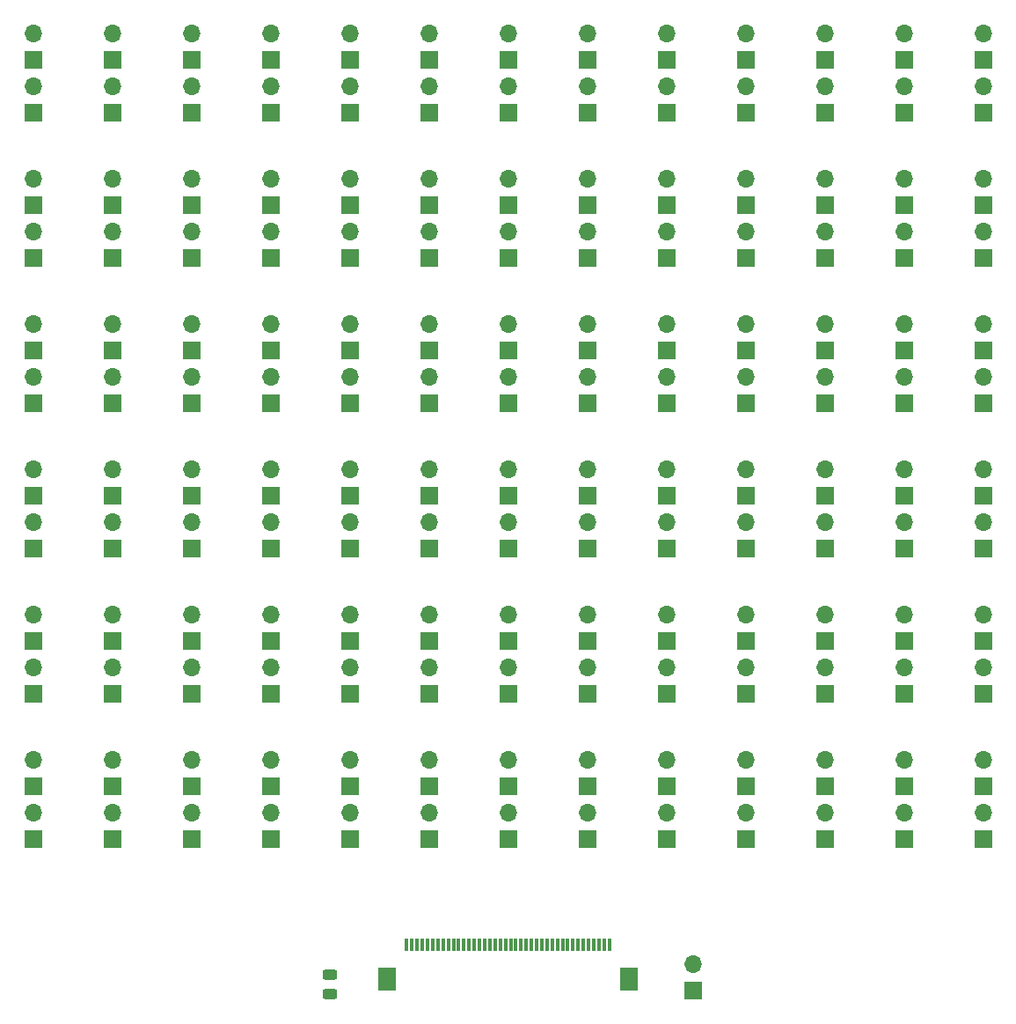
<source format=gbr>
%TF.GenerationSoftware,KiCad,Pcbnew,8.0.2-1*%
%TF.CreationDate,2024-08-03T10:32:13+02:00*%
%TF.ProjectId,dev-board,6465762d-626f-4617-9264-2e6b69636164,1.0*%
%TF.SameCoordinates,Original*%
%TF.FileFunction,Soldermask,Top*%
%TF.FilePolarity,Negative*%
%FSLAX46Y46*%
G04 Gerber Fmt 4.6, Leading zero omitted, Abs format (unit mm)*
G04 Created by KiCad (PCBNEW 8.0.2-1) date 2024-08-03 10:32:13*
%MOMM*%
%LPD*%
G01*
G04 APERTURE LIST*
G04 Aperture macros list*
%AMRoundRect*
0 Rectangle with rounded corners*
0 $1 Rounding radius*
0 $2 $3 $4 $5 $6 $7 $8 $9 X,Y pos of 4 corners*
0 Add a 4 corners polygon primitive as box body*
4,1,4,$2,$3,$4,$5,$6,$7,$8,$9,$2,$3,0*
0 Add four circle primitives for the rounded corners*
1,1,$1+$1,$2,$3*
1,1,$1+$1,$4,$5*
1,1,$1+$1,$6,$7*
1,1,$1+$1,$8,$9*
0 Add four rect primitives between the rounded corners*
20,1,$1+$1,$2,$3,$4,$5,0*
20,1,$1+$1,$4,$5,$6,$7,0*
20,1,$1+$1,$6,$7,$8,$9,0*
20,1,$1+$1,$8,$9,$2,$3,0*%
G04 Aperture macros list end*
%ADD10R,1.700000X1.700000*%
%ADD11O,1.700000X1.700000*%
%ADD12R,0.300000X1.300000*%
%ADD13R,1.800000X2.200000*%
%ADD14RoundRect,0.243750X0.456250X-0.243750X0.456250X0.243750X-0.456250X0.243750X-0.456250X-0.243750X0*%
G04 APERTURE END LIST*
D10*
%TO.C,J90*%
X189865000Y-94620000D03*
D11*
X189865000Y-92080000D03*
%TD*%
D10*
%TO.C,J69*%
X128905000Y-85730000D03*
D11*
X128905000Y-83190000D03*
%TD*%
D10*
%TO.C,J97*%
X144145000Y-99705000D03*
D11*
X144145000Y-97165000D03*
%TD*%
D10*
%TO.C,J28*%
X113665000Y-66675000D03*
D11*
X113665000Y-64135000D03*
%TD*%
D12*
%TO.C,J157*%
X142015000Y-137850000D03*
X142515000Y-137850000D03*
X143015000Y-137850000D03*
X143515000Y-137850000D03*
X144015000Y-137850000D03*
X144515000Y-137850000D03*
X145015000Y-137850000D03*
X145515000Y-137850000D03*
X146015000Y-137850000D03*
X146515000Y-137850000D03*
X147015000Y-137850000D03*
X147515000Y-137850000D03*
X148015000Y-137850000D03*
X148515000Y-137850000D03*
X149015000Y-137850000D03*
X149515000Y-137850000D03*
X150015000Y-137850000D03*
X150515000Y-137850000D03*
X151015000Y-137850000D03*
X151515000Y-137850000D03*
X152015000Y-137850000D03*
X152515000Y-137850000D03*
X153015000Y-137850000D03*
X153515000Y-137850000D03*
X154015000Y-137850000D03*
X154515000Y-137850000D03*
X155015000Y-137850000D03*
X155515000Y-137850000D03*
X156015000Y-137850000D03*
X156515000Y-137850000D03*
X157015000Y-137850000D03*
X157515000Y-137850000D03*
X158015000Y-137850000D03*
X158515000Y-137850000D03*
X159015000Y-137850000D03*
X159515000Y-137850000D03*
X160015000Y-137850000D03*
X160515000Y-137850000D03*
X161015000Y-137850000D03*
X161515000Y-137850000D03*
D13*
X163415000Y-141100000D03*
X140115000Y-141100000D03*
%TD*%
D10*
%TO.C,J63*%
X182245000Y-80650000D03*
D11*
X182245000Y-78110000D03*
%TD*%
D10*
%TO.C,J81*%
X121285000Y-94625000D03*
D11*
X121285000Y-92085000D03*
%TD*%
D10*
%TO.C,J49*%
X174625000Y-71760000D03*
D11*
X174625000Y-69220000D03*
%TD*%
D10*
%TO.C,J22*%
X167005000Y-57785000D03*
D11*
X167005000Y-55245000D03*
%TD*%
D10*
%TO.C,J118*%
X106045000Y-113665000D03*
D11*
X106045000Y-111125000D03*
%TD*%
D10*
%TO.C,J143*%
X189865000Y-122560000D03*
D11*
X189865000Y-120020000D03*
%TD*%
D10*
%TO.C,J116*%
X189865000Y-108595000D03*
D11*
X189865000Y-106055000D03*
%TD*%
D10*
%TO.C,J37*%
X182245000Y-66680000D03*
D11*
X182245000Y-64140000D03*
%TD*%
D10*
%TO.C,J122*%
X136525000Y-113675000D03*
D11*
X136525000Y-111135000D03*
%TD*%
D10*
%TO.C,J68*%
X121285000Y-85730000D03*
D11*
X121285000Y-83190000D03*
%TD*%
D10*
%TO.C,J65*%
X197485000Y-80650000D03*
D11*
X197485000Y-78110000D03*
%TD*%
D10*
%TO.C,J27*%
X106045000Y-66675000D03*
D11*
X106045000Y-64135000D03*
%TD*%
D10*
%TO.C,J102*%
X182245000Y-99705000D03*
D11*
X182245000Y-97165000D03*
%TD*%
D10*
%TO.C,J14*%
X106045000Y-57785000D03*
D11*
X106045000Y-55245000D03*
%TD*%
D10*
%TO.C,J151*%
X151765000Y-127640000D03*
D11*
X151765000Y-125100000D03*
%TD*%
D10*
%TO.C,J115*%
X182245000Y-108595000D03*
D11*
X182245000Y-106055000D03*
%TD*%
D10*
%TO.C,J107*%
X121285000Y-108595000D03*
D11*
X121285000Y-106055000D03*
%TD*%
D10*
%TO.C,J50*%
X182245000Y-71760000D03*
D11*
X182245000Y-69220000D03*
%TD*%
D10*
%TO.C,J29*%
X121285000Y-66680000D03*
D11*
X121285000Y-64140000D03*
%TD*%
D10*
%TO.C,J41*%
X113665000Y-71755000D03*
D11*
X113665000Y-69215000D03*
%TD*%
D10*
%TO.C,J156*%
X189865000Y-127645000D03*
D11*
X189865000Y-125105000D03*
%TD*%
D10*
%TO.C,J139*%
X159385000Y-122560000D03*
D11*
X159385000Y-120020000D03*
%TD*%
D10*
%TO.C,J155*%
X182245000Y-127645000D03*
D11*
X182245000Y-125105000D03*
%TD*%
D10*
%TO.C,J8*%
X159385000Y-52705000D03*
D11*
X159385000Y-50165000D03*
%TD*%
D10*
%TO.C,J55*%
X121285000Y-80655000D03*
D11*
X121285000Y-78115000D03*
%TD*%
D10*
%TO.C,J36*%
X174625000Y-66680000D03*
D11*
X174625000Y-64140000D03*
%TD*%
D10*
%TO.C,J76*%
X182245000Y-85730000D03*
D11*
X182245000Y-83190000D03*
%TD*%
D10*
%TO.C,J134*%
X121285000Y-122560000D03*
D11*
X121285000Y-120020000D03*
%TD*%
D10*
%TO.C,J152*%
X159385000Y-127640000D03*
D11*
X159385000Y-125100000D03*
%TD*%
D10*
%TO.C,J25*%
X189865000Y-57785000D03*
D11*
X189865000Y-55245000D03*
%TD*%
D10*
%TO.C,J21*%
X159385000Y-57785000D03*
D11*
X159385000Y-55245000D03*
%TD*%
D10*
%TO.C,J136*%
X136525000Y-122560000D03*
D11*
X136525000Y-120020000D03*
%TD*%
D10*
%TO.C,J101*%
X174625000Y-99705000D03*
D11*
X174625000Y-97165000D03*
%TD*%
D10*
%TO.C,J58*%
X144145000Y-80650000D03*
D11*
X144145000Y-78110000D03*
%TD*%
D10*
%TO.C,J38*%
X189865000Y-66685000D03*
D11*
X189865000Y-64145000D03*
%TD*%
D10*
%TO.C,J149*%
X136525000Y-127645000D03*
D11*
X136525000Y-125105000D03*
%TD*%
D10*
%TO.C,J89*%
X182245000Y-94620000D03*
D11*
X182245000Y-92080000D03*
%TD*%
D10*
%TO.C,J13*%
X197485000Y-52705000D03*
D11*
X197485000Y-50165000D03*
%TD*%
D10*
%TO.C,J96*%
X136525000Y-99705000D03*
D11*
X136525000Y-97165000D03*
%TD*%
D10*
%TO.C,J18*%
X136525000Y-57785000D03*
D11*
X136525000Y-55245000D03*
%TD*%
D10*
%TO.C,J19*%
X144145000Y-57785000D03*
D11*
X144145000Y-55245000D03*
%TD*%
D10*
%TO.C,J57*%
X136525000Y-80655000D03*
D11*
X136525000Y-78115000D03*
%TD*%
D10*
%TO.C,J79*%
X106045000Y-94615000D03*
D11*
X106045000Y-92075000D03*
%TD*%
D10*
%TO.C,J44*%
X136525000Y-71760000D03*
D11*
X136525000Y-69220000D03*
%TD*%
D10*
%TO.C,J35*%
X167005000Y-66680000D03*
D11*
X167005000Y-64140000D03*
%TD*%
D10*
%TO.C,J45*%
X144145000Y-71760000D03*
D11*
X144145000Y-69220000D03*
%TD*%
D10*
%TO.C,J70*%
X136525000Y-85735000D03*
D11*
X136525000Y-83195000D03*
%TD*%
D10*
%TO.C,J67*%
X113665000Y-85730000D03*
D11*
X113665000Y-83190000D03*
%TD*%
D10*
%TO.C,J105*%
X106045000Y-108585000D03*
D11*
X106045000Y-106045000D03*
%TD*%
D10*
%TO.C,J47*%
X159385000Y-71760000D03*
D11*
X159385000Y-69220000D03*
%TD*%
D10*
%TO.C,J144*%
X197485000Y-127645000D03*
D11*
X197485000Y-125105000D03*
%TD*%
D10*
%TO.C,J84*%
X144145000Y-94620000D03*
D11*
X144145000Y-92080000D03*
%TD*%
D10*
%TO.C,J12*%
X189865000Y-52705000D03*
D11*
X189865000Y-50165000D03*
%TD*%
D10*
%TO.C,J26*%
X197485000Y-57785000D03*
D11*
X197485000Y-55245000D03*
%TD*%
D10*
%TO.C,J120*%
X121285000Y-113675000D03*
D11*
X121285000Y-111135000D03*
%TD*%
D10*
%TO.C,J39*%
X197485000Y-66685000D03*
D11*
X197485000Y-64145000D03*
%TD*%
D10*
%TO.C,J62*%
X174625000Y-80650000D03*
D11*
X174625000Y-78110000D03*
%TD*%
D10*
%TO.C,J142*%
X182245000Y-122560000D03*
D11*
X182245000Y-120020000D03*
%TD*%
D10*
%TO.C,J112*%
X159385000Y-108590000D03*
D11*
X159385000Y-106050000D03*
%TD*%
D10*
%TO.C,J135*%
X128905000Y-122565000D03*
D11*
X128905000Y-120025000D03*
%TD*%
D10*
%TO.C,J110*%
X144145000Y-108590000D03*
D11*
X144145000Y-106050000D03*
%TD*%
D10*
%TO.C,J87*%
X167005000Y-94620000D03*
D11*
X167005000Y-92080000D03*
%TD*%
D10*
%TO.C,J104*%
X197485000Y-99700000D03*
D11*
X197485000Y-97160000D03*
%TD*%
D10*
%TO.C,J95*%
X128905000Y-99705000D03*
D11*
X128905000Y-97165000D03*
%TD*%
D10*
%TO.C,J15*%
X113665000Y-57785000D03*
D11*
X113665000Y-55245000D03*
%TD*%
D10*
%TO.C,J129*%
X189865000Y-113675000D03*
D11*
X189865000Y-111135000D03*
%TD*%
D10*
%TO.C,J117*%
X197485000Y-108590000D03*
D11*
X197485000Y-106050000D03*
%TD*%
D10*
%TO.C,J91*%
X197485000Y-94625000D03*
D11*
X197485000Y-92085000D03*
%TD*%
D10*
%TO.C,J145*%
X106045000Y-127635000D03*
D11*
X106045000Y-125095000D03*
%TD*%
D10*
%TO.C,J33*%
X151765000Y-66680000D03*
D11*
X151765000Y-64140000D03*
%TD*%
D10*
%TO.C,J113*%
X167005000Y-108590000D03*
D11*
X167005000Y-106050000D03*
%TD*%
D10*
%TO.C,J51*%
X189865000Y-71760000D03*
D11*
X189865000Y-69220000D03*
%TD*%
D14*
%TO.C,D1*%
X134620000Y-142565439D03*
X134620000Y-140690439D03*
%TD*%
D10*
%TO.C,J114*%
X174625000Y-108590000D03*
D11*
X174625000Y-106050000D03*
%TD*%
D10*
%TO.C,J141*%
X174625000Y-122565000D03*
D11*
X174625000Y-120025000D03*
%TD*%
D10*
%TO.C,J10*%
X174625000Y-52705000D03*
D11*
X174625000Y-50165000D03*
%TD*%
D10*
%TO.C,J86*%
X159385000Y-94625000D03*
D11*
X159385000Y-92085000D03*
%TD*%
D10*
%TO.C,J83*%
X136525000Y-94625000D03*
D11*
X136525000Y-92085000D03*
%TD*%
D10*
%TO.C,J53*%
X106045000Y-80645000D03*
D11*
X106045000Y-78105000D03*
%TD*%
D10*
%TO.C,J82*%
X128905000Y-94620000D03*
D11*
X128905000Y-92080000D03*
%TD*%
D10*
%TO.C,J17*%
X128905000Y-57785000D03*
D11*
X128905000Y-55245000D03*
%TD*%
D10*
%TO.C,J146*%
X113665000Y-127640000D03*
D11*
X113665000Y-125100000D03*
%TD*%
D10*
%TO.C,J9*%
X167005000Y-52705000D03*
D11*
X167005000Y-50165000D03*
%TD*%
D10*
%TO.C,J140*%
X167005000Y-122565000D03*
D11*
X167005000Y-120025000D03*
%TD*%
D10*
%TO.C,J119*%
X113665000Y-113670000D03*
D11*
X113665000Y-111130000D03*
%TD*%
D10*
%TO.C,J64*%
X189865000Y-80655000D03*
D11*
X189865000Y-78115000D03*
%TD*%
D10*
%TO.C,J94*%
X121285000Y-99705000D03*
D11*
X121285000Y-97165000D03*
%TD*%
D10*
%TO.C,J125*%
X159385000Y-113675000D03*
D11*
X159385000Y-111135000D03*
%TD*%
D10*
%TO.C,J2*%
X113665000Y-52705000D03*
D11*
X113665000Y-50165000D03*
%TD*%
D10*
%TO.C,J124*%
X151765000Y-113675000D03*
D11*
X151765000Y-111135000D03*
%TD*%
D10*
%TO.C,J147*%
X121285000Y-127640000D03*
D11*
X121285000Y-125100000D03*
%TD*%
D10*
%TO.C,J148*%
X128905000Y-127640000D03*
D11*
X128905000Y-125100000D03*
%TD*%
D10*
%TO.C,J150*%
X144145000Y-127645000D03*
D11*
X144145000Y-125105000D03*
%TD*%
D10*
%TO.C,J93*%
X113665000Y-99700000D03*
D11*
X113665000Y-97160000D03*
%TD*%
D10*
%TO.C,J30*%
X128905000Y-66680000D03*
D11*
X128905000Y-64140000D03*
%TD*%
D10*
%TO.C,J3*%
X121285000Y-52705000D03*
D11*
X121285000Y-50165000D03*
%TD*%
D10*
%TO.C,J1*%
X106045000Y-52705000D03*
D11*
X106045000Y-50165000D03*
%TD*%
D10*
%TO.C,J137*%
X144145000Y-122565000D03*
D11*
X144145000Y-120025000D03*
%TD*%
D10*
%TO.C,J52*%
X197485000Y-71765000D03*
D11*
X197485000Y-69225000D03*
%TD*%
D10*
%TO.C,J11*%
X182245000Y-52705000D03*
D11*
X182245000Y-50165000D03*
%TD*%
D10*
%TO.C,J54*%
X113665000Y-80650000D03*
D11*
X113665000Y-78110000D03*
%TD*%
D10*
%TO.C,J59*%
X151765000Y-80655000D03*
D11*
X151765000Y-78115000D03*
%TD*%
D10*
%TO.C,J74*%
X167005000Y-85735000D03*
D11*
X167005000Y-83195000D03*
%TD*%
D10*
%TO.C,J111*%
X151765000Y-108590000D03*
D11*
X151765000Y-106050000D03*
%TD*%
D10*
%TO.C,J123*%
X144145000Y-113675000D03*
D11*
X144145000Y-111135000D03*
%TD*%
D10*
%TO.C,J98*%
X151765000Y-99705000D03*
D11*
X151765000Y-97165000D03*
%TD*%
D10*
%TO.C,J20*%
X151765000Y-57785000D03*
D11*
X151765000Y-55245000D03*
%TD*%
D10*
%TO.C,J56*%
X128905000Y-80655000D03*
D11*
X128905000Y-78115000D03*
%TD*%
D10*
%TO.C,J109*%
X136525000Y-108595000D03*
D11*
X136525000Y-106055000D03*
%TD*%
D10*
%TO.C,J138*%
X151765000Y-122565000D03*
D11*
X151765000Y-120025000D03*
%TD*%
D10*
%TO.C,J127*%
X174625000Y-113670000D03*
D11*
X174625000Y-111130000D03*
%TD*%
D10*
%TO.C,J154*%
X174625000Y-127640000D03*
D11*
X174625000Y-125100000D03*
%TD*%
D10*
%TO.C,J77*%
X189865000Y-85735000D03*
D11*
X189865000Y-83195000D03*
%TD*%
D10*
%TO.C,J158*%
X169545000Y-142240000D03*
D11*
X169545000Y-139700000D03*
%TD*%
D10*
%TO.C,J100*%
X167005000Y-99700000D03*
D11*
X167005000Y-97160000D03*
%TD*%
D10*
%TO.C,J85*%
X151765000Y-94625000D03*
D11*
X151765000Y-92085000D03*
%TD*%
D10*
%TO.C,J5*%
X136525000Y-52705000D03*
D11*
X136525000Y-50165000D03*
%TD*%
D10*
%TO.C,J31*%
X136525000Y-66680000D03*
D11*
X136525000Y-64140000D03*
%TD*%
D10*
%TO.C,J23*%
X174625000Y-57785000D03*
D11*
X174625000Y-55245000D03*
%TD*%
D10*
%TO.C,J24*%
X182245000Y-57785000D03*
D11*
X182245000Y-55245000D03*
%TD*%
D10*
%TO.C,J128*%
X182245000Y-113675000D03*
D11*
X182245000Y-111135000D03*
%TD*%
D10*
%TO.C,J88*%
X174625000Y-94625000D03*
D11*
X174625000Y-92085000D03*
%TD*%
D10*
%TO.C,J6*%
X144145000Y-52705000D03*
D11*
X144145000Y-50165000D03*
%TD*%
D10*
%TO.C,J126*%
X167005000Y-113675000D03*
D11*
X167005000Y-111135000D03*
%TD*%
D10*
%TO.C,J48*%
X167005000Y-71760000D03*
D11*
X167005000Y-69220000D03*
%TD*%
D10*
%TO.C,J106*%
X113665000Y-108595000D03*
D11*
X113665000Y-106055000D03*
%TD*%
D10*
%TO.C,J7*%
X151765000Y-52705000D03*
D11*
X151765000Y-50165000D03*
%TD*%
D10*
%TO.C,J78*%
X197485000Y-85730000D03*
D11*
X197485000Y-83190000D03*
%TD*%
D10*
%TO.C,J131*%
X197485000Y-122560000D03*
D11*
X197485000Y-120020000D03*
%TD*%
D10*
%TO.C,J92*%
X106045000Y-99700000D03*
D11*
X106045000Y-97160000D03*
%TD*%
D10*
%TO.C,J4*%
X128905000Y-52705000D03*
D11*
X128905000Y-50165000D03*
%TD*%
D10*
%TO.C,J32*%
X144145000Y-66680000D03*
D11*
X144145000Y-64140000D03*
%TD*%
D10*
%TO.C,J43*%
X128905000Y-71755000D03*
D11*
X128905000Y-69215000D03*
%TD*%
D10*
%TO.C,J46*%
X151765000Y-71765000D03*
D11*
X151765000Y-69225000D03*
%TD*%
D10*
%TO.C,J133*%
X113665000Y-122560000D03*
D11*
X113665000Y-120020000D03*
%TD*%
D10*
%TO.C,J80*%
X113665000Y-94620000D03*
D11*
X113665000Y-92080000D03*
%TD*%
D10*
%TO.C,J61*%
X167005000Y-80650000D03*
D11*
X167005000Y-78110000D03*
%TD*%
D10*
%TO.C,J75*%
X174625000Y-85735000D03*
D11*
X174625000Y-83195000D03*
%TD*%
D10*
%TO.C,J34*%
X159385000Y-66685000D03*
D11*
X159385000Y-64145000D03*
%TD*%
D10*
%TO.C,J60*%
X159385000Y-80655000D03*
D11*
X159385000Y-78115000D03*
%TD*%
D10*
%TO.C,J103*%
X189865000Y-99700000D03*
D11*
X189865000Y-97160000D03*
%TD*%
D10*
%TO.C,J73*%
X159385000Y-85730000D03*
D11*
X159385000Y-83190000D03*
%TD*%
D10*
%TO.C,J72*%
X151765000Y-85735000D03*
D11*
X151765000Y-83195000D03*
%TD*%
D10*
%TO.C,J71*%
X144145000Y-85730000D03*
D11*
X144145000Y-83190000D03*
%TD*%
D10*
%TO.C,J66*%
X106045000Y-85725000D03*
D11*
X106045000Y-83185000D03*
%TD*%
D10*
%TO.C,J130*%
X197485000Y-113670000D03*
D11*
X197485000Y-111130000D03*
%TD*%
D10*
%TO.C,J16*%
X121285000Y-57785000D03*
D11*
X121285000Y-55245000D03*
%TD*%
D10*
%TO.C,J99*%
X159385000Y-99705000D03*
D11*
X159385000Y-97165000D03*
%TD*%
D10*
%TO.C,J40*%
X106045000Y-71755000D03*
D11*
X106045000Y-69215000D03*
%TD*%
D10*
%TO.C,J42*%
X121285000Y-71755000D03*
D11*
X121285000Y-69215000D03*
%TD*%
D10*
%TO.C,J108*%
X128905000Y-108590000D03*
D11*
X128905000Y-106050000D03*
%TD*%
D10*
%TO.C,J153*%
X167005000Y-127645000D03*
D11*
X167005000Y-125105000D03*
%TD*%
D10*
%TO.C,J121*%
X128905000Y-113670000D03*
D11*
X128905000Y-111130000D03*
%TD*%
D10*
%TO.C,J132*%
X106045000Y-122555000D03*
D11*
X106045000Y-120015000D03*
%TD*%
M02*

</source>
